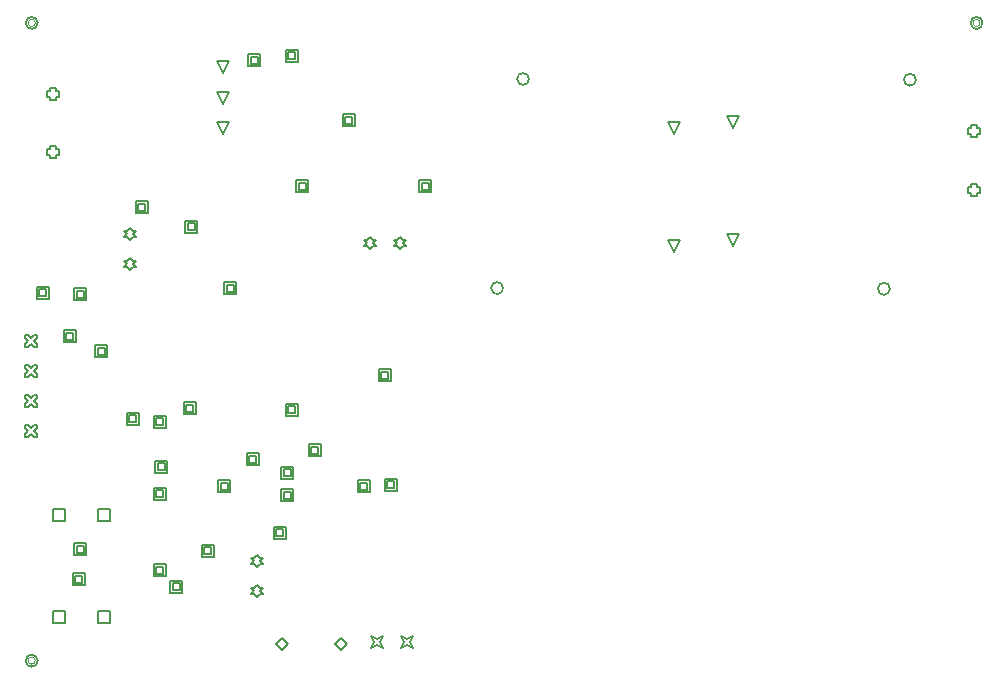
<source format=gbr>
G04*
G04 #@! TF.GenerationSoftware,Altium Limited,Altium Designer,23.0.1 (38)*
G04*
G04 Layer_Color=2752767*
%FSLAX25Y25*%
%MOIN*%
G70*
G04*
G04 #@! TF.SameCoordinates,8278F28E-5B15-4BE8-8149-663F5D52C5DE*
G04*
G04*
G04 #@! TF.FilePolarity,Positive*
G04*
G01*
G75*
%ADD13C,0.00500*%
%ADD81C,0.00667*%
%ADD82C,0.00400*%
D13*
X36961Y58500D02*
Y62500D01*
X40961D01*
Y58500D01*
X36961D01*
Y24484D02*
Y28484D01*
X40961D01*
Y24484D01*
X36961D01*
X22000Y58500D02*
Y62500D01*
X26000D01*
Y58500D01*
X22000D01*
Y24484D02*
Y28484D01*
X26000D01*
Y24484D01*
X22000D01*
X21000Y180315D02*
Y179315D01*
X23000D01*
Y180315D01*
X24000D01*
Y182315D01*
X23000D01*
Y183315D01*
X21000D01*
Y182315D01*
X20000D01*
Y180315D01*
X21000D01*
Y199843D02*
Y198843D01*
X23000D01*
Y199843D01*
X24000D01*
Y201842D01*
X23000D01*
Y202842D01*
X21000D01*
Y201842D01*
X20000D01*
Y199843D01*
X21000D01*
X248500Y150130D02*
X246500Y154130D01*
X250500D01*
X248500Y150130D01*
Y189500D02*
X246500Y193500D01*
X250500D01*
X248500Y189500D01*
X229000Y187370D02*
X227000Y191370D01*
X231000D01*
X229000Y187370D01*
Y148000D02*
X227000Y152000D01*
X231000D01*
X229000Y148000D01*
X78500Y207736D02*
X76500Y211736D01*
X80500D01*
X78500Y207736D01*
Y187264D02*
X76500Y191264D01*
X80500D01*
X78500Y187264D01*
Y197500D02*
X76500Y201500D01*
X80500D01*
X78500Y197500D01*
X12500Y116500D02*
X13500D01*
X14500Y117500D01*
X15500Y116500D01*
X16500D01*
Y117500D01*
X15500Y118500D01*
X16500Y119500D01*
Y120500D01*
X15500D01*
X14500Y119500D01*
X13500Y120500D01*
X12500D01*
Y119500D01*
X13500Y118500D01*
X12500Y117500D01*
Y116500D01*
Y106500D02*
X13500D01*
X14500Y107500D01*
X15500Y106500D01*
X16500D01*
Y107500D01*
X15500Y108500D01*
X16500Y109500D01*
Y110500D01*
X15500D01*
X14500Y109500D01*
X13500Y110500D01*
X12500D01*
Y109500D01*
X13500Y108500D01*
X12500Y107500D01*
Y106500D01*
Y96500D02*
X13500D01*
X14500Y97500D01*
X15500Y96500D01*
X16500D01*
Y97500D01*
X15500Y98500D01*
X16500Y99500D01*
Y100500D01*
X15500D01*
X14500Y99500D01*
X13500Y100500D01*
X12500D01*
Y99500D01*
X13500Y98500D01*
X12500Y97500D01*
Y96500D01*
Y86500D02*
X13500D01*
X14500Y87500D01*
X15500Y86500D01*
X16500D01*
Y87500D01*
X15500Y88500D01*
X16500Y89500D01*
Y90500D01*
X15500D01*
X14500Y89500D01*
X13500Y90500D01*
X12500D01*
Y89500D01*
X13500Y88500D01*
X12500Y87500D01*
Y86500D01*
X115842Y17500D02*
X117842Y19500D01*
X119843Y17500D01*
X117842Y15500D01*
X115842Y17500D01*
X96157D02*
X98158Y19500D01*
X100157Y17500D01*
X98158Y15500D01*
X96157Y17500D01*
X138000Y16000D02*
X139000Y18000D01*
X138000Y20000D01*
X140000Y19000D01*
X142000Y20000D01*
X141000Y18000D01*
X142000Y16000D01*
X140000Y17000D01*
X138000Y16000D01*
X128000D02*
X129000Y18000D01*
X128000Y20000D01*
X130000Y19000D01*
X132000Y20000D01*
X131000Y18000D01*
X132000Y16000D01*
X130000Y17000D01*
X128000Y16000D01*
X137500Y149000D02*
X138500Y150000D01*
X139500D01*
X138500Y151000D01*
X139500Y152000D01*
X138500D01*
X137500Y153000D01*
X136500Y152000D01*
X135500D01*
X136500Y151000D01*
X135500Y150000D01*
X136500D01*
X137500Y149000D01*
X127500D02*
X128500Y150000D01*
X129500D01*
X128500Y151000D01*
X129500Y152000D01*
X128500D01*
X127500Y153000D01*
X126500Y152000D01*
X125500D01*
X126500Y151000D01*
X125500Y150000D01*
X126500D01*
X127500Y149000D01*
X47500Y142000D02*
X48500Y143000D01*
X49500D01*
X48500Y144000D01*
X49500Y145000D01*
X48500D01*
X47500Y146000D01*
X46500Y145000D01*
X45500D01*
X46500Y144000D01*
X45500Y143000D01*
X46500D01*
X47500Y142000D01*
Y152000D02*
X48500Y153000D01*
X49500D01*
X48500Y154000D01*
X49500Y155000D01*
X48500D01*
X47500Y156000D01*
X46500Y155000D01*
X45500D01*
X46500Y154000D01*
X45500Y153000D01*
X46500D01*
X47500Y152000D01*
X90000Y43000D02*
X91000Y44000D01*
X92000D01*
X91000Y45000D01*
X92000Y46000D01*
X91000D01*
X90000Y47000D01*
X89000Y46000D01*
X88000D01*
X89000Y45000D01*
X88000Y44000D01*
X89000D01*
X90000Y43000D01*
Y33000D02*
X91000Y34000D01*
X92000D01*
X91000Y35000D01*
X92000Y36000D01*
X91000D01*
X90000Y37000D01*
X89000Y36000D01*
X88000D01*
X89000Y35000D01*
X88000Y34000D01*
X89000D01*
X90000Y33000D01*
X328000Y187343D02*
Y186343D01*
X330000D01*
Y187343D01*
X331000D01*
Y189342D01*
X330000D01*
Y190342D01*
X328000D01*
Y189342D01*
X327000D01*
Y187343D01*
X328000D01*
Y167815D02*
Y166815D01*
X330000D01*
Y167815D01*
X331000D01*
Y169815D01*
X330000D01*
Y170815D01*
X328000D01*
Y169815D01*
X327000D01*
Y167815D01*
X328000D01*
X28500Y37000D02*
Y41000D01*
X32500D01*
Y37000D01*
X28500D01*
X29300Y37800D02*
Y40200D01*
X31700D01*
Y37800D01*
X29300D01*
X29000Y47000D02*
Y51000D01*
X33000D01*
Y47000D01*
X29000D01*
X29800Y47800D02*
Y50200D01*
X32200D01*
Y47800D01*
X29800D01*
X71500Y46500D02*
Y50500D01*
X75500D01*
Y46500D01*
X71500D01*
X72300Y47300D02*
Y49700D01*
X74700D01*
Y47300D01*
X72300D01*
X132500Y68500D02*
Y72500D01*
X136500D01*
Y68500D01*
X132500D01*
X133300Y69300D02*
Y71700D01*
X135700D01*
Y69300D01*
X133300D01*
X103000Y168000D02*
Y172000D01*
X107000D01*
Y168000D01*
X103000D01*
X103800Y168800D02*
Y171200D01*
X106200D01*
Y168800D01*
X103800D01*
X123500Y68000D02*
Y72000D01*
X127500D01*
Y68000D01*
X123500D01*
X124300Y68800D02*
Y71200D01*
X126700D01*
Y68800D01*
X124300D01*
X118500Y190000D02*
Y194000D01*
X122500D01*
Y190000D01*
X118500D01*
X119300Y190800D02*
Y193200D01*
X121700D01*
Y190800D01*
X119300D01*
X49500Y161000D02*
Y165000D01*
X53500D01*
Y161000D01*
X49500D01*
X50300Y161800D02*
Y164200D01*
X52700D01*
Y161800D01*
X50300D01*
X107095Y79903D02*
Y83903D01*
X111095D01*
Y79903D01*
X107095D01*
X107895Y80703D02*
Y83103D01*
X110295D01*
Y80703D01*
X107895D01*
X36000Y113000D02*
Y117000D01*
X40000D01*
Y113000D01*
X36000D01*
X36800Y113800D02*
Y116200D01*
X39200D01*
Y113800D01*
X36800D01*
X25500Y118000D02*
Y122000D01*
X29500D01*
Y118000D01*
X25500D01*
X26300Y118800D02*
Y121200D01*
X28700D01*
Y118800D01*
X26300D01*
X99500Y211500D02*
Y215500D01*
X103500D01*
Y211500D01*
X99500D01*
X100300Y212300D02*
Y214700D01*
X102700D01*
Y212300D01*
X100300D01*
X87000Y210000D02*
Y214000D01*
X91000D01*
Y210000D01*
X87000D01*
X87800Y210800D02*
Y213200D01*
X90200D01*
Y210800D01*
X87800D01*
X144000Y168000D02*
Y172000D01*
X148000D01*
Y168000D01*
X144000D01*
X144800Y168800D02*
Y171200D01*
X147200D01*
Y168800D01*
X144800D01*
X79000Y134000D02*
Y138000D01*
X83000D01*
Y134000D01*
X79000D01*
X79800Y134800D02*
Y137200D01*
X82200D01*
Y134800D01*
X79800D01*
X46500Y90500D02*
Y94500D01*
X50500D01*
Y90500D01*
X46500D01*
X47300Y91300D02*
Y93700D01*
X49700D01*
Y91300D01*
X47300D01*
X55500Y89500D02*
Y93500D01*
X59500D01*
Y89500D01*
X55500D01*
X56300Y90300D02*
Y92700D01*
X58700D01*
Y90300D01*
X56300D01*
X56000Y74500D02*
Y78500D01*
X60000D01*
Y74500D01*
X56000D01*
X56800Y75300D02*
Y77700D01*
X59200D01*
Y75300D01*
X56800D01*
X77000Y68000D02*
Y72000D01*
X81000D01*
Y68000D01*
X77000D01*
X77800Y68800D02*
Y71200D01*
X80200D01*
Y68800D01*
X77800D01*
X86500Y77000D02*
Y81000D01*
X90500D01*
Y77000D01*
X86500D01*
X87300Y77800D02*
Y80200D01*
X89700D01*
Y77800D01*
X87300D01*
X130500Y105000D02*
Y109000D01*
X134500D01*
Y105000D01*
X130500D01*
X131300Y105800D02*
Y108200D01*
X133700D01*
Y105800D01*
X131300D01*
X98000Y65000D02*
Y69000D01*
X102000D01*
Y65000D01*
X98000D01*
X98800Y65800D02*
Y68200D01*
X101200D01*
Y65800D01*
X98800D01*
X29000Y132000D02*
Y136000D01*
X33000D01*
Y132000D01*
X29000D01*
X29800Y132800D02*
Y135200D01*
X32200D01*
Y132800D01*
X29800D01*
X16500Y132500D02*
Y136500D01*
X20500D01*
Y132500D01*
X16500D01*
X17300Y133300D02*
Y135700D01*
X19700D01*
Y133300D01*
X17300D01*
X66000Y154500D02*
Y158500D01*
X70000D01*
Y154500D01*
X66000D01*
X66800Y155300D02*
Y157700D01*
X69200D01*
Y155300D01*
X66800D01*
X99500Y93500D02*
Y97500D01*
X103500D01*
Y93500D01*
X99500D01*
X100300Y94300D02*
Y96700D01*
X102700D01*
Y94300D01*
X100300D01*
X65500Y94000D02*
Y98000D01*
X69500D01*
Y94000D01*
X65500D01*
X66300Y94800D02*
Y97200D01*
X68700D01*
Y94800D01*
X66300D01*
X95500Y52500D02*
Y56500D01*
X99500D01*
Y52500D01*
X95500D01*
X96300Y53300D02*
Y55700D01*
X98700D01*
Y53300D01*
X96300D01*
X98000Y72500D02*
Y76500D01*
X102000D01*
Y72500D01*
X98000D01*
X98800Y73300D02*
Y75700D01*
X101200D01*
Y73300D01*
X98800D01*
X55500Y40000D02*
Y44000D01*
X59500D01*
Y40000D01*
X55500D01*
X56300Y40800D02*
Y43200D01*
X58700D01*
Y40800D01*
X56300D01*
X55500Y65500D02*
Y69500D01*
X59500D01*
Y65500D01*
X55500D01*
X56300Y66300D02*
Y68700D01*
X58700D01*
Y66300D01*
X56300D01*
X61000Y34500D02*
Y38500D01*
X65000D01*
Y34500D01*
X61000D01*
X61800Y35300D02*
Y37700D01*
X64200D01*
Y35300D01*
X61800D01*
D81*
X16811Y224410D02*
G03*
X16811Y224410I-2000J0D01*
G01*
X331772D02*
G03*
X331772Y224410I-2000J0D01*
G01*
X16811Y11811D02*
G03*
X16811Y11811I-2000J0D01*
G01*
X300894Y135791D02*
G03*
X300894Y135791I-2000J0D01*
G01*
X309555Y205476D02*
G03*
X309555Y205476I-2000J0D01*
G01*
X180606Y205709D02*
G03*
X180606Y205709I-2000J0D01*
G01*
X171945Y136024D02*
G03*
X171945Y136024I-2000J0D01*
G01*
D82*
X16011Y224410D02*
G03*
X16011Y224410I-1200J0D01*
G01*
X330972D02*
G03*
X330972Y224410I-1200J0D01*
G01*
X16011Y11811D02*
G03*
X16011Y11811I-1200J0D01*
G01*
M02*

</source>
